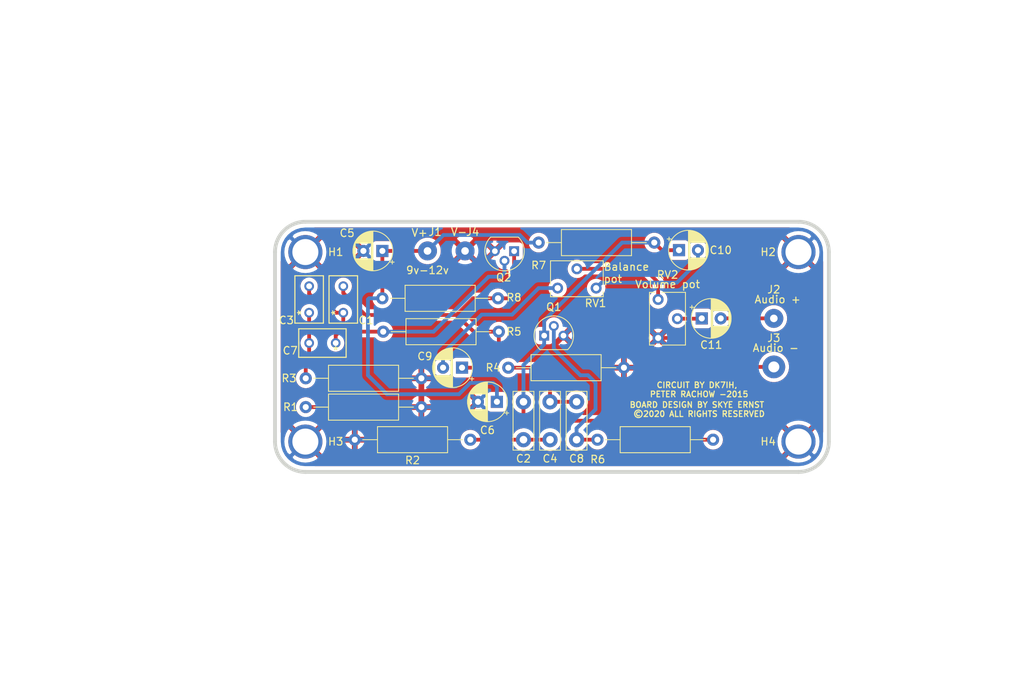
<source format=kicad_pcb>
(kicad_pcb (version 20171130) (host pcbnew "(5.1.5)-3")
  (layers (0 F.Cu signal) (31 B.Cu signal) (34 B.Paste user) (35 F.Paste user) (36 B.SilkS user) (37 F.SilkS user) (38 B.Mask user) (39 F.Mask user) (44 Edge.Cuts user))
  (net 0 "")
  (net 1 "Net-(C1-Pad2)")
  (net 2 "Net-(C1-Pad1)")
  (net 3 "Net-(C10-Pad1)")
  (net 4 "Net-(C2-Pad1)")
  (net 5 "Net-(C3-Pad1)")
  (net 6 "Net-(C4-Pad1)")
  (net 7 GNDD)
  (net 8 /V+)
  (net 9 "Net-(C7-Pad1)")
  (net 10 "Net-(C8-Pad1)")
  (net 11 "Net-(C9-Pad2)")
  (net 12 "Net-(C10-Pad2)")
  (net 13 "Net-(C11-Pad1)")
  (net 14 "Net-(RV1-Pad2)")
  (net 15 /Audio+)
  (net 16 /Audio-)
  (module Connector_Wire:SolderWirePad_1x01_Drill1mm (layer F.Cu) (at 187 88.4)
    (fp_text reference J3 (at 0 -3.81) (layer F.SilkS))
    (fp_text value "Simple hole for cable")
    (pad 1 thru_hole circle (at 0 0) (size 3 3) (drill 1.45) (layers *.Cu *.Mask) (net 16 /Audio-))
  )
  (module "footprints:1591XXAFL Mounting Hole" (layer F.Cu) (at 190.25 98.25)
    (fp_text reference H4 (at -4 0) (layer F.SilkS))
    (fp_text value "#10 SCREW")
    (pad 1 thru_hole circle (at 0 0) (size 4.5 4.5) (drill 3.429) (layers *.Cu *.Mask) (net 7 GNDD))
  )
  (module "footprints:1591XXAFL Mounting Hole" (layer F.Cu) (at 125.25 98.25)
    (fp_text reference H3 (at 4 0) (layer F.SilkS))
    (fp_text value "#10 SCREW")
    (pad 1 thru_hole circle (at 0 0) (size 4.5 4.5) (drill 3.429) (layers *.Cu *.Mask) (net 7 GNDD))
  )
  (module "footprints:1591XXAFL Mounting Hole" (layer F.Cu) (at 190.25 73.25)
    (fp_text reference H2 (at -4 0) (layer F.SilkS))
    (fp_text value "#10 SCREW")
    (pad 1 thru_hole circle (at 0 0) (size 4.5 4.5) (drill 3.429) (layers *.Cu *.Mask) (net 7 GNDD))
  )
  (module "footprints:1591XXAFL Mounting Hole" (layer F.Cu) (at 125.25 73.25)
    (fp_text reference H1 (at 4 0) (layer F.SilkS))
    (fp_text value "#10 SCREW")
    (pad 1 thru_hole circle (at 0 0) (size 4.5 4.5) (drill 3.429) (layers *.Cu *.Mask) (net 7 GNDD))
  )
  (module Connector_Wire:SolderWirePad_1x01_Drill1mm (layer F.Cu) (at 146.3 73.1)
    (fp_text reference J4 (at 1 -2.5) (layer F.SilkS))
    (fp_text value "Simple hole for cable")
    (pad 1 thru_hole circle (at 0 0) (size 2.5 2.5) (drill 1) (layers *.Cu *.Mask) (net 7 GNDD))
  )
  (module Capacitor_THT:C_Disc_D7.5mm_W2.5mm_P5.00mm (layer F.Cu) (at 161 98 90)
    (fp_text reference C8 (at -2.5 0 180) (layer F.SilkS))
    (fp_text value 22nF)
    (pad 2 thru_hole circle (at 5 0 90) (size 2 2) (drill 1) (layers *.Cu *.Mask) (net 6 "Net-(C4-Pad1)"))
    (pad 1 thru_hole circle (at 0 0 90) (size 2 2) (drill 1) (layers *.Cu *.Mask) (net 10 "Net-(C8-Pad1)"))
  )
  (module Capacitor_THT:C_Disc_D7.5mm_W2.5mm_P5.00mm (layer F.Cu) (at 157.5 93 270)
    (fp_text reference C4 (at 7.5 0 180) (layer F.SilkS))
    (fp_text value 22nF)
    (pad 2 thru_hole circle (at 5 0 270) (size 2 2) (drill 1) (layers *.Cu *.Mask) (net 4 "Net-(C2-Pad1)"))
    (pad 1 thru_hole circle (at 0 0 270) (size 2 2) (drill 1) (layers *.Cu *.Mask) (net 6 "Net-(C4-Pad1)"))
  )
  (module Capacitor_THT:C_Disc_D7.5mm_W2.5mm_P5.00mm (layer F.Cu) (at 154 98 90)
    (fp_text reference C2 (at -2.5 0 180) (layer F.SilkS))
    (fp_text value 22nF)
    (pad 2 thru_hole circle (at 5 0 90) (size 2 2) (drill 1) (layers *.Cu *.Mask) (net 3 "Net-(C10-Pad1)"))
    (pad 1 thru_hole circle (at 0 0 90) (size 2 2) (drill 1) (layers *.Cu *.Mask) (net 4 "Net-(C2-Pad1)"))
  )
  (module Potentiometer_THT:Potentiometer_Bourns_3266W_Vertical (layer F.Cu) (at 171.75 79.5 90)
    (fp_text reference RV2 (at 3.25 1.25 180) (layer F.SilkS))
    (fp_text value 4.7k)
    (pad 3 thru_hole circle (at -5.08 0 90) (size 1.44 1.44) (drill 0.8) (layers *.Cu *.Mask) (net 7 GNDD))
    (pad 2 thru_hole circle (at -2.54 2.54 90) (size 1.44 1.44) (drill 0.8) (layers *.Cu *.Mask) (net 13 "Net-(C11-Pad1)"))
    (pad 1 thru_hole circle (at 0 0 90) (size 1.44 1.44) (drill 0.8) (layers *.Cu *.Mask) (net 14 "Net-(RV1-Pad2)"))
  )
  (module Potentiometer_THT:Potentiometer_Bourns_3266W_Vertical (layer F.Cu) (at 158.5 78 180)
    (fp_text reference RV1 (at -5 -2) (layer F.SilkS))
    (fp_text value 4.7k)
    (pad 3 thru_hole circle (at -5.08 0 180) (size 1.44 1.44) (drill 0.8) (layers *.Cu *.Mask) (net 12 "Net-(C10-Pad2)"))
    (pad 2 thru_hole circle (at -2.54 2.54 180) (size 1.44 1.44) (drill 0.8) (layers *.Cu *.Mask) (net 14 "Net-(RV1-Pad2)"))
    (pad 1 thru_hole circle (at 0 0 180) (size 1.44 1.44) (drill 0.8) (layers *.Cu *.Mask) (net 11 "Net-(C9-Pad2)"))
  )
  (module Resistor_THT:R_Axial_DIN0309_L9.0mm_D3.2mm_P15.24mm_Horizontal (layer F.Cu) (at 135.4 79.35)
    (fp_text reference R8 (at 17.35 -0.1) (layer F.SilkS))
    (fp_text value 2.2k)
    (pad 2 thru_hole oval (at 15.24 0) (size 1.6 1.6) (drill 0.8) (layers *.Cu *.Mask) (net 1 "Net-(C1-Pad2)"))
    (pad 1 thru_hole circle (at 0 0) (size 1.6 1.6) (drill 0.8) (layers *.Cu *.Mask) (net 8 /V+))
  )
  (module Resistor_THT:R_Axial_DIN0309_L9.0mm_D3.2mm_P15.24mm_Horizontal (layer F.Cu) (at 156 72)
    (fp_text reference R7 (at 0 3) (layer F.SilkS))
    (fp_text value 2.2k)
    (pad 2 thru_hole oval (at 15.24 0) (size 1.6 1.6) (drill 0.8) (layers *.Cu *.Mask) (net 3 "Net-(C10-Pad1)"))
    (pad 1 thru_hole circle (at 0 0) (size 1.6 1.6) (drill 0.8) (layers *.Cu *.Mask) (net 8 /V+))
  )
  (module Resistor_THT:R_Axial_DIN0309_L9.0mm_D3.2mm_P15.24mm_Horizontal (layer F.Cu) (at 178.99 98 180)
    (fp_text reference R6 (at 15.2 -2.6) (layer F.SilkS))
    (fp_text value 150k)
    (pad 2 thru_hole oval (at 15.24 0 180) (size 1.6 1.6) (drill 0.8) (layers *.Cu *.Mask) (net 10 "Net-(C8-Pad1)"))
    (pad 1 thru_hole circle (at 0 0 180) (size 1.6 1.6) (drill 0.8) (layers *.Cu *.Mask) (net 3 "Net-(C10-Pad1)"))
  )
  (module Resistor_THT:R_Axial_DIN0309_L9.0mm_D3.2mm_P15.24mm_Horizontal (layer F.Cu) (at 150.75 83.75 180)
    (fp_text reference R5 (at -2 0) (layer F.SilkS))
    (fp_text value 150k)
    (pad 2 thru_hole oval (at 15.24 0 180) (size 1.6 1.6) (drill 0.8) (layers *.Cu *.Mask) (net 9 "Net-(C7-Pad1)"))
    (pad 1 thru_hole circle (at 0 0 180) (size 1.6 1.6) (drill 0.8) (layers *.Cu *.Mask) (net 1 "Net-(C1-Pad2)"))
  )
  (module Resistor_THT:R_Axial_DIN0309_L9.0mm_D3.2mm_P15.24mm_Horizontal (layer F.Cu) (at 152 88.5)
    (fp_text reference R4 (at -2 0) (layer F.SilkS))
    (fp_text value 4.7k)
    (pad 2 thru_hole oval (at 15.24 0) (size 1.6 1.6) (drill 0.8) (layers *.Cu *.Mask) (net 7 GNDD))
    (pad 1 thru_hole circle (at 0 0) (size 1.6 1.6) (drill 0.8) (layers *.Cu *.Mask) (net 6 "Net-(C4-Pad1)"))
  )
  (module Resistor_THT:R_Axial_DIN0309_L9.0mm_D3.2mm_P15.24mm_Horizontal (layer F.Cu) (at 125.3 89.9)
    (fp_text reference R3 (at -2.2 0) (layer F.SilkS))
    (fp_text value 4.7k)
    (pad 2 thru_hole oval (at 15.24 0) (size 1.6 1.6) (drill 0.8) (layers *.Cu *.Mask) (net 7 GNDD))
    (pad 1 thru_hole circle (at 0 0) (size 1.6 1.6) (drill 0.8) (layers *.Cu *.Mask) (net 5 "Net-(C3-Pad1)"))
  )
  (module Resistor_THT:R_Axial_DIN0309_L9.0mm_D3.2mm_P15.24mm_Horizontal (layer F.Cu) (at 147 98 180)
    (fp_text reference R2 (at 7.62 -2.72) (layer F.SilkS))
    (fp_text value 4.7k)
    (pad 2 thru_hole oval (at 15.24 0 180) (size 1.6 1.6) (drill 0.8) (layers *.Cu *.Mask) (net 7 GNDD))
    (pad 1 thru_hole circle (at 0 0 180) (size 1.6 1.6) (drill 0.8) (layers *.Cu *.Mask) (net 4 "Net-(C2-Pad1)"))
  )
  (module Resistor_THT:R_Axial_DIN0309_L9.0mm_D3.2mm_P15.24mm_Horizontal (layer F.Cu) (at 125.3 93.7)
    (fp_text reference R1 (at -2 0) (layer F.SilkS))
    (fp_text value 4.7k)
    (pad 2 thru_hole oval (at 15.24 0) (size 1.6 1.6) (drill 0.8) (layers *.Cu *.Mask) (net 7 GNDD))
    (pad 1 thru_hole circle (at 0 0) (size 1.6 1.6) (drill 0.8) (layers *.Cu *.Mask) (net 2 "Net-(C1-Pad1)"))
  )
  (module Package_TO_SOT_THT:TO-92 (layer F.Cu) (at 152.77 73.13 180)
    (fp_text reference Q2 (at 1.37 -3.47) (layer F.SilkS))
    (fp_text value BC547B)
    (pad 1 thru_hole rect (at 0 0 270) (size 1.3 1.3) (drill 0.75) (layers *.Cu *.Mask) (net 1 "Net-(C1-Pad2)"))
    (pad 3 thru_hole circle (at 2.54 0 270) (size 1.3 1.3) (drill 0.75) (layers *.Cu *.Mask) (net 7 GNDD))
    (pad 2 thru_hole circle (at 1.27 -1.27 270) (size 1.3 1.3) (drill 0.75) (layers *.Cu *.Mask) (net 9 "Net-(C7-Pad1)"))
  )
  (module Package_TO_SOT_THT:TO-92 (layer F.Cu) (at 156.73 84.27)
    (fp_text reference Q1 (at 1.27 -3.77) (layer F.SilkS))
    (fp_text value BC547B)
    (pad 1 thru_hole rect (at 0 0 90) (size 1.3 1.3) (drill 0.75) (layers *.Cu *.Mask) (net 3 "Net-(C10-Pad1)"))
    (pad 3 thru_hole circle (at 2.54 0 90) (size 1.3 1.3) (drill 0.75) (layers *.Cu *.Mask) (net 7 GNDD))
    (pad 2 thru_hole circle (at 1.27 -1.27 90) (size 1.3 1.3) (drill 0.75) (layers *.Cu *.Mask) (net 10 "Net-(C8-Pad1)"))
  )
  (module NetTie:NetTie-2_SMD_Pad0.5mm (layer F.Cu) (at 173.7 84.58 180)
    (fp_text reference NT1 hide)
    (fp_text value Net-Tie_2)
    (fp_poly (pts (xy -0.5 -0.25) (xy 0.5 -0.25) (xy 0.5 0.25) (xy -0.5 0.25)) (layer F.Cu) (width 0))
    (pad 2 smd circle (at 0.5 0 180) (size 0.5 0.5) (layers F.Cu) (net 7 GNDD))
    (pad 1 smd circle (at -0.5 0 180) (size 0.5 0.5) (layers F.Cu) (net 16 /Audio-))
  )
  (module Connector_Wire:SolderWirePad_1x01_Drill1mm (layer F.Cu) (at 187 82)
    (fp_text reference J2 (at 0 -3.81) (layer F.SilkS))
    (fp_text value "Simple hole for cable")
    (pad 1 thru_hole circle (at 0 0) (size 2.49936 2.49936) (drill 1.00076) (layers *.Cu *.Mask) (net 15 /Audio+))
  )
  (module Connector_Wire:SolderWirePad_1x01_Drill1mm (layer F.Cu) (at 141.35 73.1)
    (fp_text reference J1 (at 1 -2.5) (layer F.SilkS))
    (fp_text value "Simple hole for cable")
    (pad 1 thru_hole circle (at 0 0) (size 2.49936 2.49936) (drill 1.00076) (layers *.Cu *.Mask) (net 8 /V+))
  )
  (module Capacitor_THT:CP_Radial_D5.0mm_P2.50mm (layer F.Cu) (at 177.5 82)
    (fp_text reference C11 (at 1.25 3.5) (layer F.SilkS))
    (fp_text value 10uF)
    (pad 1 thru_hole rect (at 0 0) (size 1.6 1.6) (drill 0.8) (layers *.Cu *.Mask) (net 13 "Net-(C11-Pad1)"))
    (pad 2 thru_hole circle (at 2.5 0) (size 1.6 1.6) (drill 0.8) (layers *.Cu *.Mask) (net 15 /Audio+))
  )
  (module Capacitor_THT:CP_Radial_D5.0mm_P2.50mm (layer F.Cu) (at 174.5 73)
    (fp_text reference C10 (at 5.5 0) (layer F.SilkS))
    (fp_text value 10uF)
    (pad 2 thru_hole circle (at 2.5 0) (size 1.6 1.6) (drill 0.8) (layers *.Cu *.Mask) (net 12 "Net-(C10-Pad2)"))
    (pad 1 thru_hole rect (at 0 0) (size 1.6 1.6) (drill 0.8) (layers *.Cu *.Mask) (net 3 "Net-(C10-Pad1)"))
  )
  (module Capacitor_THT:CP_Radial_D5.0mm_P2.50mm (layer F.Cu) (at 145.9 88.5 180)
    (fp_text reference C9 (at 4.9 1.5) (layer F.SilkS))
    (fp_text value 10uF)
    (pad 2 thru_hole circle (at 2.5 0 180) (size 1.6 1.6) (drill 0.8) (layers *.Cu *.Mask) (net 11 "Net-(C9-Pad2)"))
    (pad 1 thru_hole rect (at 0 0 180) (size 1.6 1.6) (drill 0.8) (layers *.Cu *.Mask) (net 1 "Net-(C1-Pad2)"))
  )
  (module footprints:QYX1H682JTP (layer F.Cu) (at 129.250001 85.25 180)
    (fp_text reference C7 (at 6.000001 -1) (layer F.SilkS))
    (fp_text value 6.8nF hide)
    (fp_text user * (at 0 -1) (layer F.SilkS))
    (pad 2 thru_hole circle (at 3.500001 0 180) (size 1.27 1.27) (drill 0.762) (layers *.Cu *.Mask) (net 5 "Net-(C3-Pad1)"))
    (pad 1 thru_hole circle (at 0 0 180) (size 1.27 1.27) (drill 0.762) (layers *.Cu *.Mask) (net 9 "Net-(C7-Pad1)"))
  )
  (module Capacitor_THT:CP_Radial_D5.0mm_P2.50mm (layer F.Cu) (at 150.5 93 180)
    (fp_text reference C6 (at 1.25 -3.75) (layer F.SilkS))
    (fp_text value 10uF)
    (pad 2 thru_hole circle (at 2.5 0 180) (size 1.6 1.6) (drill 0.8) (layers *.Cu *.Mask) (net 7 GNDD))
    (pad 1 thru_hole rect (at 0 0 180) (size 1.6 1.6) (drill 0.8) (layers *.Cu *.Mask) (net 8 /V+))
  )
  (module Capacitor_THT:CP_Radial_D5.0mm_P2.50mm (layer F.Cu) (at 135.4 73.1 180)
    (fp_text reference C5 (at 4.65 2.35) (layer F.SilkS))
    (fp_text value 10uF)
    (pad 2 thru_hole circle (at 2.5 0 180) (size 1.6 1.6) (drill 0.8) (layers *.Cu *.Mask) (net 7 GNDD))
    (pad 1 thru_hole rect (at 0 0 180) (size 1.6 1.6) (drill 0.8) (layers *.Cu *.Mask) (net 8 /V+))
  )
  (module footprints:QYX1H682JTP (layer F.Cu) (at 125.75 81.25 90)
    (fp_text reference C3 (at -1 -3 180) (layer F.SilkS))
    (fp_text value 6.8nF hide)
    (fp_text user * (at 0 -1 90) (layer F.SilkS))
    (pad 2 thru_hole circle (at 3.500001 0 90) (size 1.27 1.27) (drill 0.762) (layers *.Cu *.Mask) (net 2 "Net-(C1-Pad1)"))
    (pad 1 thru_hole circle (at 0 0 90) (size 1.27 1.27) (drill 0.762) (layers *.Cu *.Mask) (net 5 "Net-(C3-Pad1)"))
  )
  (module footprints:QYX1H682JTP (layer F.Cu) (at 130.25 81.250001 90)
    (fp_text reference C1 (at -0.999999 3 180) (layer F.SilkS))
    (fp_text value 6.8nF hide)
    (fp_text user * (at 0 -1 90) (layer F.SilkS))
    (pad 2 thru_hole circle (at 3.500001 0 90) (size 1.27 1.27) (drill 0.762) (layers *.Cu *.Mask) (net 1 "Net-(C1-Pad2)"))
    (pad 1 thru_hole circle (at 0 0 90) (size 1.27 1.27) (drill 0.762) (layers *.Cu *.Mask) (net 2 "Net-(C1-Pad1)"))
  )
  (gr_line (start 190.25 102.25) (end 125.25 102.25) (layer Edge.Cuts) (width 0.5))
  (gr_line (start 194.25 98.25) (end 194.25 73.25) (layer Edge.Cuts) (width 0.5))
  (gr_line (start 125.25 69.25) (end 190.25 69.25) (layer Edge.Cuts) (width 0.5))
  (gr_line (start 121.25 98.25) (end 121.25 73.25) (layer Edge.Cuts) (width 0.5))
  (gr_arc (start 190.25 98.25) (end 190.25 102.25) (angle -90) (layer Edge.Cuts) (width 0.5))
  (gr_arc (start 125.25 98.25) (end 121.25 98.25) (angle -90) (layer Edge.Cuts) (width 0.5))
  (gr_arc (start 190.25 73.25) (end 194.25 73.25) (angle -90) (layer Edge.Cuts) (width 0.5))
  (gr_arc (start 125.25 73.25) (end 125.25 69.25) (angle -90) (layer Edge.Cuts) (width 0.5))
  (gr_text "BOARD DESIGN BY SKYE ERNST \n©2020 ALL RIGHTS RESERVED" (at 177.15 94) (layer F.SilkS) (effects (font (size 0.75 0.75))))
  (gr_text "CIRCUIT BY DK7IH, \nPETER RACHOW -2015" (at 177.15 91.4) (layer F.SilkS) (effects (font (size 0.75 0.75))))
  (gr_text V- (at 145.5 70.6) (layer F.SilkS) (effects (font (size 1 1))))
  (gr_text "Audio -" (at 187.25 85.9) (layer F.SilkS) (effects (font (size 1 1))))
  (gr_text "Audio +" (at 187.5 79.5) (layer F.SilkS) (effects (font (size 1 1))))
  (gr_text "Volume pot" (at 173 77.5) (layer F.SilkS) (effects (font (size 1 1))))
  (gr_text "Balance \npot" (at 164.5 76) (layer F.SilkS) (effects (font (size 1 1)) (justify left)))
  (gr_text 9v-12v (at 141.35 75.65) (layer F.SilkS) (effects (font (size 1 1))))
  (gr_text V+ (at 140.3 70.7) (layer F.SilkS) (effects (font (size 1 1))))
  (segment (start 130.25 78.648025) (end 132.851975 81.25) (width 0.5) (layer F.Cu) (net 1))
  (segment (start 130.25 77.75) (end 130.25 78.648025) (width 0.5) (layer F.Cu) (net 1))
  (segment (start 132.851975 81.25) (end 132.851975 81.251975) (width 0.5) (layer F.Cu) (net 1))
  (segment (start 132.851975 81.251975) (end 133.15 81.55) (width 0.5) (layer F.Cu) (net 1))
  (segment (start 133.15 81.55) (end 145.15 81.55) (width 0.5) (layer F.Cu) (net 1))
  (segment (start 147.35 79.35) (end 150.64 79.35) (width 0.5) (layer F.Cu) (net 1))
  (segment (start 145.15 81.55) (end 147.35 79.35) (width 0.5) (layer F.Cu) (net 1))
  (segment (start 145.15 81.55) (end 147.45 83.75) (width 0.5) (layer F.Cu) (net 1))
  (segment (start 147.55 83.75) (end 150.75 83.75) (width 0.5) (layer F.Cu) (net 1))
  (segment (start 147.45 83.75) (end 147.55 83.75) (width 0.5) (layer F.Cu) (net 1))
  (segment (start 145.9 88.5) (end 147.5 88.5) (width 0.5) (layer F.Cu) (net 1))
  (segment (start 150.75 85.25) (end 150.75 83.75) (width 0.5) (layer F.Cu) (net 1))
  (segment (start 147.5 88.5) (end 150.75 85.25) (width 0.5) (layer F.Cu) (net 1))
  (segment (start 150.64 79.35) (end 152.15 79.35) (width 0.5) (layer F.Cu) (net 1))
  (segment (start 152.77 78.73) (end 152.77 73.13) (width 0.5) (layer F.Cu) (net 1))
  (segment (start 152.15 79.35) (end 152.77 78.73) (width 0.5) (layer F.Cu) (net 1))
  (segment (start 129.250002 81.250001) (end 127.250001 79.25) (width 0.5) (layer F.Cu) (net 2))
  (segment (start 130.25 81.250001) (end 129.250002 81.250001) (width 0.5) (layer F.Cu) (net 2))
  (segment (start 127.250001 79.25) (end 126.25 79.25) (width 0.5) (layer F.Cu) (net 2))
  (segment (start 125.75 78.75) (end 125.75 77.749999) (width 0.5) (layer F.Cu) (net 2))
  (segment (start 126.25 79.25) (end 125.75 78.75) (width 0.5) (layer F.Cu) (net 2))
  (segment (start 125.3 93.7) (end 126.8 93.7) (width 0.5) (layer F.Cu) (net 2))
  (segment (start 126.8 93.7) (end 127.5 93) (width 0.5) (layer F.Cu) (net 2))
  (segment (start 127.5 93) (end 127.5 84.5) (width 0.5) (layer F.Cu) (net 2))
  (segment (start 127.5 84.5) (end 129.25 82.75) (width 0.5) (layer F.Cu) (net 2))
  (segment (start 129.25 82.75) (end 130 82.75) (width 0.5) (layer F.Cu) (net 2))
  (segment (start 130.25 82.5) (end 130.25 81.250001) (width 0.5) (layer F.Cu) (net 2))
  (segment (start 130 82.75) (end 130.25 82.5) (width 0.5) (layer F.Cu) (net 2))
  (segment (start 156.73 85.42) (end 154 88.15) (width 0.5) (layer B.Cu) (net 3))
  (segment (start 156.73 84.27) (end 156.73 85.42) (width 0.5) (layer B.Cu) (net 3))
  (segment (start 154 88.15) (end 154 93) (width 0.5) (layer B.Cu) (net 3))
  (segment (start 171.24 72) (end 172.24 73) (width 0.5) (layer F.Cu) (net 3))
  (segment (start 172.24 73) (end 174.5 73) (width 0.5) (layer F.Cu) (net 3))
  (segment (start 156.73 84.27) (end 156.73 82.27) (width 0.5) (layer B.Cu) (net 3))
  (segment (start 156.73 82.27) (end 167 72) (width 0.5) (layer B.Cu) (net 3))
  (segment (start 167 72) (end 171.24 72) (width 0.5) (layer B.Cu) (net 3))
  (segment (start 178.99 98) (end 170 98) (width 0.5) (layer F.Cu) (net 3))
  (segment (start 170 98) (end 167.5 95.5) (width 0.5) (layer F.Cu) (net 3))
  (segment (start 167.5 95.5) (end 154.5 95.5) (width 0.5) (layer F.Cu) (net 3))
  (segment (start 154 95) (end 154 93) (width 0.5) (layer F.Cu) (net 3))
  (segment (start 154.5 95.5) (end 154 95) (width 0.5) (layer F.Cu) (net 3))
  (segment (start 147 98) (end 154 98) (width 0.5) (layer F.Cu) (net 4))
  (segment (start 154 98) (end 157.5 98) (width 0.5) (layer F.Cu) (net 4))
  (segment (start 125.75 85.25) (end 125.75 81.25) (width 0.5) (layer F.Cu) (net 5))
  (segment (start 125.3 89.9) (end 125.3 87.7) (width 0.5) (layer F.Cu) (net 5))
  (segment (start 125.75 87.25) (end 125.75 85.25) (width 0.5) (layer F.Cu) (net 5))
  (segment (start 125.3 87.7) (end 125.75 87.25) (width 0.5) (layer F.Cu) (net 5))
  (segment (start 157.5 93) (end 157.5 90) (width 0.5) (layer F.Cu) (net 6))
  (segment (start 156 88.5) (end 152 88.5) (width 0.5) (layer F.Cu) (net 6))
  (segment (start 157.5 90) (end 156 88.5) (width 0.5) (layer F.Cu) (net 6))
  (segment (start 161 93) (end 157.5 93) (width 0.5) (layer F.Cu) (net 6))
  (segment (start 171.75 84.58) (end 173.2 84.58) (width 0.5) (layer F.Cu) (net 7))
  (segment (start 135.4 79.35) (end 135.4 73.1) (width 0.5) (layer F.Cu) (net 8))
  (segment (start 136.7 73.1) (end 141.35 73.1) (width 0.5) (layer F.Cu) (net 8))
  (segment (start 135.4 73.1) (end 136.7 73.1) (width 0.5) (layer F.Cu) (net 8))
  (segment (start 141.35 73.1) (end 143.45 71) (width 0.5) (layer B.Cu) (net 8))
  (segment (start 143.45 71) (end 153.5 71) (width 0.5) (layer B.Cu) (net 8))
  (segment (start 154.5 72) (end 156 72) (width 0.5) (layer B.Cu) (net 8))
  (segment (start 153.5 71) (end 154.5 72) (width 0.5) (layer B.Cu) (net 8))
  (segment (start 150.5 91) (end 150.5 93) (width 0.5) (layer B.Cu) (net 8))
  (segment (start 147 90.5) (end 150 90.5) (width 0.5) (layer B.Cu) (net 8))
  (segment (start 145.5 92) (end 147 90.5) (width 0.5) (layer B.Cu) (net 8))
  (segment (start 133.65 79.35) (end 133.5 79.5) (width 0.5) (layer B.Cu) (net 8))
  (segment (start 133.5 89.5) (end 136 92) (width 0.5) (layer B.Cu) (net 8))
  (segment (start 135.4 79.35) (end 133.65 79.35) (width 0.5) (layer B.Cu) (net 8))
  (segment (start 150 90.5) (end 150.5 91) (width 0.5) (layer B.Cu) (net 8))
  (segment (start 133.5 79.5) (end 133.5 89.5) (width 0.5) (layer B.Cu) (net 8))
  (segment (start 136 92) (end 145.5 92) (width 0.5) (layer B.Cu) (net 8))
  (segment (start 135.51 83.75) (end 129.75 83.75) (width 0.5) (layer F.Cu) (net 9))
  (segment (start 129.250001 84.249999) (end 129.250001 85.25) (width 0.5) (layer F.Cu) (net 9))
  (segment (start 129.75 83.75) (end 129.250001 84.249999) (width 0.5) (layer F.Cu) (net 9))
  (segment (start 142.15 83.75) (end 149.4 76.5) (width 0.5) (layer B.Cu) (net 9))
  (segment (start 135.51 83.75) (end 142.15 83.75) (width 0.5) (layer B.Cu) (net 9))
  (segment (start 149.4 76.5) (end 151 76.5) (width 0.5) (layer B.Cu) (net 9))
  (segment (start 151.5 76) (end 151.5 74.4) (width 0.5) (layer B.Cu) (net 9))
  (segment (start 151 76.5) (end 151.5 76) (width 0.5) (layer B.Cu) (net 9))
  (segment (start 161 98) (end 163.75 98) (width 0.5) (layer F.Cu) (net 10))
  (segment (start 158 86) (end 158 83) (width 0.5) (layer B.Cu) (net 10))
  (segment (start 161.5 89.5) (end 158 86) (width 0.5) (layer B.Cu) (net 10))
  (segment (start 162.5 89.5) (end 161.5 89.5) (width 0.5) (layer B.Cu) (net 10))
  (segment (start 163.5 90.5) (end 162.5 89.5) (width 0.5) (layer B.Cu) (net 10))
  (segment (start 163.5 94) (end 163.5 90.5) (width 0.5) (layer B.Cu) (net 10))
  (segment (start 161 96.5) (end 163.5 94) (width 0.5) (layer B.Cu) (net 10))
  (segment (start 161 98) (end 161 96.5) (width 0.5) (layer B.Cu) (net 10))
  (segment (start 158.5 78) (end 156 78) (width 0.5) (layer B.Cu) (net 11))
  (segment (start 156 78) (end 152.5 81.5) (width 0.5) (layer B.Cu) (net 11))
  (segment (start 152.5 81.5) (end 148.5 81.5) (width 0.5) (layer B.Cu) (net 11))
  (segment (start 143.4 86.6) (end 143.4 88.5) (width 0.5) (layer B.Cu) (net 11))
  (segment (start 148.5 81.5) (end 143.4 86.6) (width 0.5) (layer B.Cu) (net 11))
  (segment (start 164.299999 77.280001) (end 174.219999 77.280001) (width 0.5) (layer B.Cu) (net 12))
  (segment (start 163.58 78) (end 164.299999 77.280001) (width 0.5) (layer B.Cu) (net 12))
  (segment (start 177 74.5) (end 177 73) (width 0.5) (layer B.Cu) (net 12))
  (segment (start 174.219999 77.280001) (end 177 74.5) (width 0.5) (layer B.Cu) (net 12))
  (segment (start 177.46 82.04) (end 177.5 82) (width 0.5) (layer F.Cu) (net 13))
  (segment (start 174.29 82.04) (end 177.46 82.04) (width 0.5) (layer F.Cu) (net 13))
  (segment (start 171.75 79.5) (end 171.75 77.25) (width 0.5) (layer F.Cu) (net 14))
  (segment (start 169.96 75.46) (end 161.04 75.46) (width 0.5) (layer F.Cu) (net 14))
  (segment (start 171.75 77.25) (end 169.96 75.46) (width 0.5) (layer F.Cu) (net 14))
  (segment (start 180 82) (end 187 82) (width 0.5) (layer F.Cu) (net 15))
  (segment (start 174.2 84.58) (end 175.08 84.58) (width 0.5) (layer F.Cu) (net 16))
  (segment (start 178.9 88.4) (end 187 88.4) (width 0.5) (layer F.Cu) (net 16))
  (segment (start 175.08 84.58) (end 178.9 88.4) (width 0.5) (layer F.Cu) (net 16))
  (zone (net 7) (net_name GNDD) (layer B.Cu) (connect_pads (clearance 0.508)) (min_thickness 0.254) (fill yes (arc_segments 32) (thermal_gap 0.508) (thermal_bridge_width 0.508))
    (polygon (pts (xy 220 130) (xy 85 130) (xy 85 40) (xy 220 40)))
  )
  (zone (net 7) (net_name GNDD) (layer F.Cu) (connect_pads thru_hole_only (clearance 0.5)) (min_thickness 0.5) (fill yes (arc_segments 32) (thermal_gap 0.75) (thermal_bridge_width 0.75) (smoothing fillet) (radius 2))
    (polygon (pts (xy 218.5 128.5) (xy 88.5 128.5) (xy 88.5 43.5) (xy 218.5 43.5)))
  )
)
</source>
